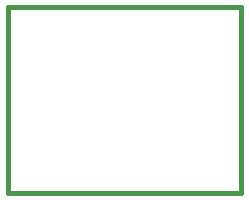
<source format=gbr>
G04 (created by PCBNEW-RS274X (2011-05-25)-stable) date Wed 12 Sep 2012 12:16:03 BST*
G01*
G70*
G90*
%MOIN*%
G04 Gerber Fmt 3.4, Leading zero omitted, Abs format*
%FSLAX34Y34*%
G04 APERTURE LIST*
%ADD10C,0.006000*%
%ADD11C,0.015000*%
G04 APERTURE END LIST*
G54D10*
G54D11*
X38976Y-44291D02*
X46752Y-44291D01*
X46752Y-38091D02*
X38976Y-38091D01*
X38976Y-44291D02*
X38976Y-38091D01*
X46752Y-38091D02*
X46752Y-44291D01*
M02*

</source>
